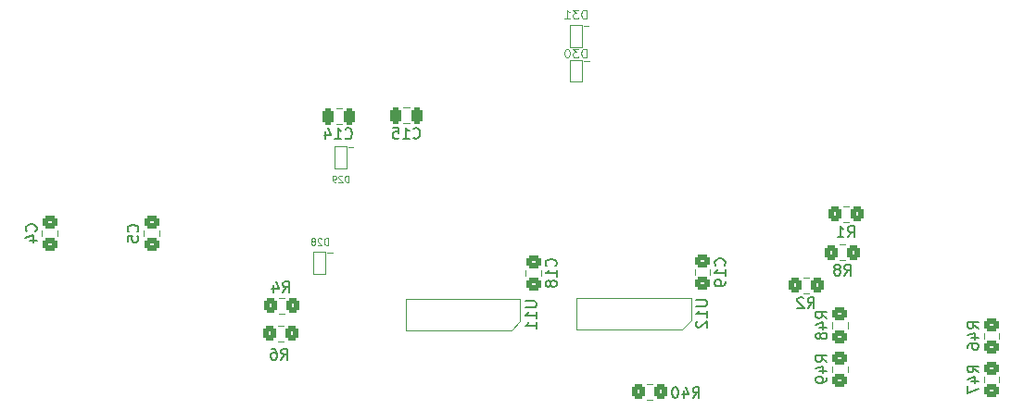
<source format=gbo>
%TF.GenerationSoftware,KiCad,Pcbnew,8.0.2*%
%TF.CreationDate,2024-05-16T19:26:54+09:30*%
%TF.ProjectId,power_and_monotoring,706f7765-725f-4616-9e64-5f6d6f6e6f74,rev?*%
%TF.SameCoordinates,Original*%
%TF.FileFunction,Legend,Bot*%
%TF.FilePolarity,Positive*%
%FSLAX46Y46*%
G04 Gerber Fmt 4.6, Leading zero omitted, Abs format (unit mm)*
G04 Created by KiCad (PCBNEW 8.0.2) date 2024-05-16 19:26:54*
%MOMM*%
%LPD*%
G01*
G04 APERTURE LIST*
G04 Aperture macros list*
%AMRoundRect*
0 Rectangle with rounded corners*
0 $1 Rounding radius*
0 $2 $3 $4 $5 $6 $7 $8 $9 X,Y pos of 4 corners*
0 Add a 4 corners polygon primitive as box body*
4,1,4,$2,$3,$4,$5,$6,$7,$8,$9,$2,$3,0*
0 Add four circle primitives for the rounded corners*
1,1,$1+$1,$2,$3*
1,1,$1+$1,$4,$5*
1,1,$1+$1,$6,$7*
1,1,$1+$1,$8,$9*
0 Add four rect primitives between the rounded corners*
20,1,$1+$1,$2,$3,$4,$5,0*
20,1,$1+$1,$4,$5,$6,$7,0*
20,1,$1+$1,$6,$7,$8,$9,0*
20,1,$1+$1,$8,$9,$2,$3,0*%
G04 Aperture macros list end*
%ADD10C,0.150000*%
%ADD11C,0.100000*%
%ADD12C,0.120000*%
%ADD13C,2.780000*%
%ADD14C,2.410000*%
%ADD15C,0.970000*%
%ADD16C,1.240000*%
%ADD17C,3.200000*%
%ADD18C,2.540000*%
%ADD19R,1.600000X1.600000*%
%ADD20C,1.600000*%
%ADD21C,0.800000*%
%ADD22C,6.400000*%
%ADD23R,2.300000X2.300000*%
%ADD24C,2.300000*%
%ADD25C,1.270000*%
%ADD26RoundRect,0.250001X-0.759999X0.499999X-0.759999X-0.499999X0.759999X-0.499999X0.759999X0.499999X0*%
%ADD27O,2.020000X1.500000*%
%ADD28RoundRect,0.250000X-0.450000X0.325000X-0.450000X-0.325000X0.450000X-0.325000X0.450000X0.325000X0*%
%ADD29RoundRect,0.249550X-0.450450X0.325450X-0.450450X-0.325450X0.450450X-0.325450X0.450450X0.325450X0*%
%ADD30R,0.600000X1.550000*%
%ADD31R,0.600000X0.420000*%
%ADD32RoundRect,0.250000X-0.325000X-0.450000X0.325000X-0.450000X0.325000X0.450000X-0.325000X0.450000X0*%
%ADD33RoundRect,0.249550X0.450450X-0.325450X0.450450X0.325450X-0.450450X0.325450X-0.450450X-0.325450X0*%
%ADD34RoundRect,0.250000X0.450000X-0.325000X0.450000X0.325000X-0.450000X0.325000X-0.450000X-0.325000X0*%
%ADD35RoundRect,0.250000X-0.250000X-0.475000X0.250000X-0.475000X0.250000X0.475000X-0.250000X0.475000X0*%
%ADD36RoundRect,0.250000X0.325000X0.450000X-0.325000X0.450000X-0.325000X-0.450000X0.325000X-0.450000X0*%
G04 APERTURE END LIST*
D10*
X145667619Y-241686342D02*
X145191428Y-241353009D01*
X145667619Y-241114914D02*
X144667619Y-241114914D01*
X144667619Y-241114914D02*
X144667619Y-241495866D01*
X144667619Y-241495866D02*
X144715238Y-241591104D01*
X144715238Y-241591104D02*
X144762857Y-241638723D01*
X144762857Y-241638723D02*
X144858095Y-241686342D01*
X144858095Y-241686342D02*
X145000952Y-241686342D01*
X145000952Y-241686342D02*
X145096190Y-241638723D01*
X145096190Y-241638723D02*
X145143809Y-241591104D01*
X145143809Y-241591104D02*
X145191428Y-241495866D01*
X145191428Y-241495866D02*
X145191428Y-241114914D01*
X145000952Y-242543485D02*
X145667619Y-242543485D01*
X144620000Y-242305390D02*
X145334285Y-242067295D01*
X145334285Y-242067295D02*
X145334285Y-242686342D01*
X145096190Y-243210152D02*
X145048571Y-243114914D01*
X145048571Y-243114914D02*
X145000952Y-243067295D01*
X145000952Y-243067295D02*
X144905714Y-243019676D01*
X144905714Y-243019676D02*
X144858095Y-243019676D01*
X144858095Y-243019676D02*
X144762857Y-243067295D01*
X144762857Y-243067295D02*
X144715238Y-243114914D01*
X144715238Y-243114914D02*
X144667619Y-243210152D01*
X144667619Y-243210152D02*
X144667619Y-243400628D01*
X144667619Y-243400628D02*
X144715238Y-243495866D01*
X144715238Y-243495866D02*
X144762857Y-243543485D01*
X144762857Y-243543485D02*
X144858095Y-243591104D01*
X144858095Y-243591104D02*
X144905714Y-243591104D01*
X144905714Y-243591104D02*
X145000952Y-243543485D01*
X145000952Y-243543485D02*
X145048571Y-243495866D01*
X145048571Y-243495866D02*
X145096190Y-243400628D01*
X145096190Y-243400628D02*
X145096190Y-243210152D01*
X145096190Y-243210152D02*
X145143809Y-243114914D01*
X145143809Y-243114914D02*
X145191428Y-243067295D01*
X145191428Y-243067295D02*
X145286666Y-243019676D01*
X145286666Y-243019676D02*
X145477142Y-243019676D01*
X145477142Y-243019676D02*
X145572380Y-243067295D01*
X145572380Y-243067295D02*
X145620000Y-243114914D01*
X145620000Y-243114914D02*
X145667619Y-243210152D01*
X145667619Y-243210152D02*
X145667619Y-243400628D01*
X145667619Y-243400628D02*
X145620000Y-243495866D01*
X145620000Y-243495866D02*
X145572380Y-243543485D01*
X145572380Y-243543485D02*
X145477142Y-243591104D01*
X145477142Y-243591104D02*
X145286666Y-243591104D01*
X145286666Y-243591104D02*
X145191428Y-243543485D01*
X145191428Y-243543485D02*
X145143809Y-243495866D01*
X145143809Y-243495866D02*
X145096190Y-243400628D01*
X73385580Y-233716533D02*
X73433200Y-233668914D01*
X73433200Y-233668914D02*
X73480819Y-233526057D01*
X73480819Y-233526057D02*
X73480819Y-233430819D01*
X73480819Y-233430819D02*
X73433200Y-233287962D01*
X73433200Y-233287962D02*
X73337961Y-233192724D01*
X73337961Y-233192724D02*
X73242723Y-233145105D01*
X73242723Y-233145105D02*
X73052247Y-233097486D01*
X73052247Y-233097486D02*
X72909390Y-233097486D01*
X72909390Y-233097486D02*
X72718914Y-233145105D01*
X72718914Y-233145105D02*
X72623676Y-233192724D01*
X72623676Y-233192724D02*
X72528438Y-233287962D01*
X72528438Y-233287962D02*
X72480819Y-233430819D01*
X72480819Y-233430819D02*
X72480819Y-233526057D01*
X72480819Y-233526057D02*
X72528438Y-233668914D01*
X72528438Y-233668914D02*
X72576057Y-233716533D01*
X72814152Y-234573676D02*
X73480819Y-234573676D01*
X72433200Y-234335581D02*
X73147485Y-234097486D01*
X73147485Y-234097486D02*
X73147485Y-234716533D01*
X118120219Y-240112705D02*
X118929742Y-240112705D01*
X118929742Y-240112705D02*
X119024980Y-240160324D01*
X119024980Y-240160324D02*
X119072600Y-240207943D01*
X119072600Y-240207943D02*
X119120219Y-240303181D01*
X119120219Y-240303181D02*
X119120219Y-240493657D01*
X119120219Y-240493657D02*
X119072600Y-240588895D01*
X119072600Y-240588895D02*
X119024980Y-240636514D01*
X119024980Y-240636514D02*
X118929742Y-240684133D01*
X118929742Y-240684133D02*
X118120219Y-240684133D01*
X119120219Y-241684133D02*
X119120219Y-241112705D01*
X119120219Y-241398419D02*
X118120219Y-241398419D01*
X118120219Y-241398419D02*
X118263076Y-241303181D01*
X118263076Y-241303181D02*
X118358314Y-241207943D01*
X118358314Y-241207943D02*
X118405933Y-241112705D01*
X119120219Y-242636514D02*
X119120219Y-242065086D01*
X119120219Y-242350800D02*
X118120219Y-242350800D01*
X118120219Y-242350800D02*
X118263076Y-242255562D01*
X118263076Y-242255562D02*
X118358314Y-242160324D01*
X118358314Y-242160324D02*
X118405933Y-242065086D01*
D11*
X123704228Y-217839695D02*
X123704228Y-217039695D01*
X123704228Y-217039695D02*
X123513752Y-217039695D01*
X123513752Y-217039695D02*
X123399466Y-217077790D01*
X123399466Y-217077790D02*
X123323276Y-217153980D01*
X123323276Y-217153980D02*
X123285181Y-217230171D01*
X123285181Y-217230171D02*
X123247085Y-217382552D01*
X123247085Y-217382552D02*
X123247085Y-217496838D01*
X123247085Y-217496838D02*
X123285181Y-217649219D01*
X123285181Y-217649219D02*
X123323276Y-217725409D01*
X123323276Y-217725409D02*
X123399466Y-217801600D01*
X123399466Y-217801600D02*
X123513752Y-217839695D01*
X123513752Y-217839695D02*
X123704228Y-217839695D01*
X122980419Y-217039695D02*
X122485181Y-217039695D01*
X122485181Y-217039695D02*
X122751847Y-217344457D01*
X122751847Y-217344457D02*
X122637562Y-217344457D01*
X122637562Y-217344457D02*
X122561371Y-217382552D01*
X122561371Y-217382552D02*
X122523276Y-217420647D01*
X122523276Y-217420647D02*
X122485181Y-217496838D01*
X122485181Y-217496838D02*
X122485181Y-217687314D01*
X122485181Y-217687314D02*
X122523276Y-217763504D01*
X122523276Y-217763504D02*
X122561371Y-217801600D01*
X122561371Y-217801600D02*
X122637562Y-217839695D01*
X122637562Y-217839695D02*
X122866133Y-217839695D01*
X122866133Y-217839695D02*
X122942324Y-217801600D01*
X122942324Y-217801600D02*
X122980419Y-217763504D01*
X121989942Y-217039695D02*
X121913752Y-217039695D01*
X121913752Y-217039695D02*
X121837561Y-217077790D01*
X121837561Y-217077790D02*
X121799466Y-217115885D01*
X121799466Y-217115885D02*
X121761371Y-217192076D01*
X121761371Y-217192076D02*
X121723276Y-217344457D01*
X121723276Y-217344457D02*
X121723276Y-217534933D01*
X121723276Y-217534933D02*
X121761371Y-217687314D01*
X121761371Y-217687314D02*
X121799466Y-217763504D01*
X121799466Y-217763504D02*
X121837561Y-217801600D01*
X121837561Y-217801600D02*
X121913752Y-217839695D01*
X121913752Y-217839695D02*
X121989942Y-217839695D01*
X121989942Y-217839695D02*
X122066133Y-217801600D01*
X122066133Y-217801600D02*
X122104228Y-217763504D01*
X122104228Y-217763504D02*
X122142323Y-217687314D01*
X122142323Y-217687314D02*
X122180419Y-217534933D01*
X122180419Y-217534933D02*
X122180419Y-217344457D01*
X122180419Y-217344457D02*
X122142323Y-217192076D01*
X122142323Y-217192076D02*
X122104228Y-217115885D01*
X122104228Y-217115885D02*
X122066133Y-217077790D01*
X122066133Y-217077790D02*
X121989942Y-217039695D01*
D10*
X147283466Y-237766019D02*
X147616799Y-237289828D01*
X147854894Y-237766019D02*
X147854894Y-236766019D01*
X147854894Y-236766019D02*
X147473942Y-236766019D01*
X147473942Y-236766019D02*
X147378704Y-236813638D01*
X147378704Y-236813638D02*
X147331085Y-236861257D01*
X147331085Y-236861257D02*
X147283466Y-236956495D01*
X147283466Y-236956495D02*
X147283466Y-237099352D01*
X147283466Y-237099352D02*
X147331085Y-237194590D01*
X147331085Y-237194590D02*
X147378704Y-237242209D01*
X147378704Y-237242209D02*
X147473942Y-237289828D01*
X147473942Y-237289828D02*
X147854894Y-237289828D01*
X146712037Y-237194590D02*
X146807275Y-237146971D01*
X146807275Y-237146971D02*
X146854894Y-237099352D01*
X146854894Y-237099352D02*
X146902513Y-237004114D01*
X146902513Y-237004114D02*
X146902513Y-236956495D01*
X146902513Y-236956495D02*
X146854894Y-236861257D01*
X146854894Y-236861257D02*
X146807275Y-236813638D01*
X146807275Y-236813638D02*
X146712037Y-236766019D01*
X146712037Y-236766019D02*
X146521561Y-236766019D01*
X146521561Y-236766019D02*
X146426323Y-236813638D01*
X146426323Y-236813638D02*
X146378704Y-236861257D01*
X146378704Y-236861257D02*
X146331085Y-236956495D01*
X146331085Y-236956495D02*
X146331085Y-237004114D01*
X146331085Y-237004114D02*
X146378704Y-237099352D01*
X146378704Y-237099352D02*
X146426323Y-237146971D01*
X146426323Y-237146971D02*
X146521561Y-237194590D01*
X146521561Y-237194590D02*
X146712037Y-237194590D01*
X146712037Y-237194590D02*
X146807275Y-237242209D01*
X146807275Y-237242209D02*
X146854894Y-237289828D01*
X146854894Y-237289828D02*
X146902513Y-237385066D01*
X146902513Y-237385066D02*
X146902513Y-237575542D01*
X146902513Y-237575542D02*
X146854894Y-237670780D01*
X146854894Y-237670780D02*
X146807275Y-237718400D01*
X146807275Y-237718400D02*
X146712037Y-237766019D01*
X146712037Y-237766019D02*
X146521561Y-237766019D01*
X146521561Y-237766019D02*
X146426323Y-237718400D01*
X146426323Y-237718400D02*
X146378704Y-237670780D01*
X146378704Y-237670780D02*
X146331085Y-237575542D01*
X146331085Y-237575542D02*
X146331085Y-237385066D01*
X146331085Y-237385066D02*
X146378704Y-237289828D01*
X146378704Y-237289828D02*
X146426323Y-237242209D01*
X146426323Y-237242209D02*
X146521561Y-237194590D01*
X159536019Y-246629342D02*
X159059828Y-246296009D01*
X159536019Y-246057914D02*
X158536019Y-246057914D01*
X158536019Y-246057914D02*
X158536019Y-246438866D01*
X158536019Y-246438866D02*
X158583638Y-246534104D01*
X158583638Y-246534104D02*
X158631257Y-246581723D01*
X158631257Y-246581723D02*
X158726495Y-246629342D01*
X158726495Y-246629342D02*
X158869352Y-246629342D01*
X158869352Y-246629342D02*
X158964590Y-246581723D01*
X158964590Y-246581723D02*
X159012209Y-246534104D01*
X159012209Y-246534104D02*
X159059828Y-246438866D01*
X159059828Y-246438866D02*
X159059828Y-246057914D01*
X158869352Y-247486485D02*
X159536019Y-247486485D01*
X158488400Y-247248390D02*
X159202685Y-247010295D01*
X159202685Y-247010295D02*
X159202685Y-247629342D01*
X158536019Y-247915057D02*
X158536019Y-248581723D01*
X158536019Y-248581723D02*
X159536019Y-248153152D01*
D11*
X100065391Y-234968371D02*
X100065391Y-234368371D01*
X100065391Y-234368371D02*
X99922534Y-234368371D01*
X99922534Y-234368371D02*
X99836820Y-234396942D01*
X99836820Y-234396942D02*
X99779677Y-234454085D01*
X99779677Y-234454085D02*
X99751106Y-234511228D01*
X99751106Y-234511228D02*
X99722534Y-234625514D01*
X99722534Y-234625514D02*
X99722534Y-234711228D01*
X99722534Y-234711228D02*
X99751106Y-234825514D01*
X99751106Y-234825514D02*
X99779677Y-234882657D01*
X99779677Y-234882657D02*
X99836820Y-234939800D01*
X99836820Y-234939800D02*
X99922534Y-234968371D01*
X99922534Y-234968371D02*
X100065391Y-234968371D01*
X99493963Y-234425514D02*
X99465391Y-234396942D01*
X99465391Y-234396942D02*
X99408249Y-234368371D01*
X99408249Y-234368371D02*
X99265391Y-234368371D01*
X99265391Y-234368371D02*
X99208249Y-234396942D01*
X99208249Y-234396942D02*
X99179677Y-234425514D01*
X99179677Y-234425514D02*
X99151106Y-234482657D01*
X99151106Y-234482657D02*
X99151106Y-234539800D01*
X99151106Y-234539800D02*
X99179677Y-234625514D01*
X99179677Y-234625514D02*
X99522534Y-234968371D01*
X99522534Y-234968371D02*
X99151106Y-234968371D01*
X98808248Y-234625514D02*
X98865391Y-234596942D01*
X98865391Y-234596942D02*
X98893962Y-234568371D01*
X98893962Y-234568371D02*
X98922534Y-234511228D01*
X98922534Y-234511228D02*
X98922534Y-234482657D01*
X98922534Y-234482657D02*
X98893962Y-234425514D01*
X98893962Y-234425514D02*
X98865391Y-234396942D01*
X98865391Y-234396942D02*
X98808248Y-234368371D01*
X98808248Y-234368371D02*
X98693962Y-234368371D01*
X98693962Y-234368371D02*
X98636820Y-234396942D01*
X98636820Y-234396942D02*
X98608248Y-234425514D01*
X98608248Y-234425514D02*
X98579677Y-234482657D01*
X98579677Y-234482657D02*
X98579677Y-234511228D01*
X98579677Y-234511228D02*
X98608248Y-234568371D01*
X98608248Y-234568371D02*
X98636820Y-234596942D01*
X98636820Y-234596942D02*
X98693962Y-234625514D01*
X98693962Y-234625514D02*
X98808248Y-234625514D01*
X98808248Y-234625514D02*
X98865391Y-234654085D01*
X98865391Y-234654085D02*
X98893962Y-234682657D01*
X98893962Y-234682657D02*
X98922534Y-234739800D01*
X98922534Y-234739800D02*
X98922534Y-234854085D01*
X98922534Y-234854085D02*
X98893962Y-234911228D01*
X98893962Y-234911228D02*
X98865391Y-234939800D01*
X98865391Y-234939800D02*
X98808248Y-234968371D01*
X98808248Y-234968371D02*
X98693962Y-234968371D01*
X98693962Y-234968371D02*
X98636820Y-234939800D01*
X98636820Y-234939800D02*
X98608248Y-234911228D01*
X98608248Y-234911228D02*
X98579677Y-234854085D01*
X98579677Y-234854085D02*
X98579677Y-234739800D01*
X98579677Y-234739800D02*
X98608248Y-234682657D01*
X98608248Y-234682657D02*
X98636820Y-234654085D01*
X98636820Y-234654085D02*
X98693962Y-234625514D01*
X123711848Y-214270995D02*
X123711848Y-213470995D01*
X123711848Y-213470995D02*
X123521372Y-213470995D01*
X123521372Y-213470995D02*
X123407086Y-213509090D01*
X123407086Y-213509090D02*
X123330896Y-213585280D01*
X123330896Y-213585280D02*
X123292801Y-213661471D01*
X123292801Y-213661471D02*
X123254705Y-213813852D01*
X123254705Y-213813852D02*
X123254705Y-213928138D01*
X123254705Y-213928138D02*
X123292801Y-214080519D01*
X123292801Y-214080519D02*
X123330896Y-214156709D01*
X123330896Y-214156709D02*
X123407086Y-214232900D01*
X123407086Y-214232900D02*
X123521372Y-214270995D01*
X123521372Y-214270995D02*
X123711848Y-214270995D01*
X122988039Y-213470995D02*
X122492801Y-213470995D01*
X122492801Y-213470995D02*
X122759467Y-213775757D01*
X122759467Y-213775757D02*
X122645182Y-213775757D01*
X122645182Y-213775757D02*
X122568991Y-213813852D01*
X122568991Y-213813852D02*
X122530896Y-213851947D01*
X122530896Y-213851947D02*
X122492801Y-213928138D01*
X122492801Y-213928138D02*
X122492801Y-214118614D01*
X122492801Y-214118614D02*
X122530896Y-214194804D01*
X122530896Y-214194804D02*
X122568991Y-214232900D01*
X122568991Y-214232900D02*
X122645182Y-214270995D01*
X122645182Y-214270995D02*
X122873753Y-214270995D01*
X122873753Y-214270995D02*
X122949944Y-214232900D01*
X122949944Y-214232900D02*
X122988039Y-214194804D01*
X121730896Y-214270995D02*
X122188039Y-214270995D01*
X121959467Y-214270995D02*
X121959467Y-213470995D01*
X121959467Y-213470995D02*
X122035658Y-213585280D01*
X122035658Y-213585280D02*
X122111848Y-213661471D01*
X122111848Y-213661471D02*
X122188039Y-213699566D01*
D10*
X133715819Y-240011105D02*
X134525342Y-240011105D01*
X134525342Y-240011105D02*
X134620580Y-240058724D01*
X134620580Y-240058724D02*
X134668200Y-240106343D01*
X134668200Y-240106343D02*
X134715819Y-240201581D01*
X134715819Y-240201581D02*
X134715819Y-240392057D01*
X134715819Y-240392057D02*
X134668200Y-240487295D01*
X134668200Y-240487295D02*
X134620580Y-240534914D01*
X134620580Y-240534914D02*
X134525342Y-240582533D01*
X134525342Y-240582533D02*
X133715819Y-240582533D01*
X134715819Y-241582533D02*
X134715819Y-241011105D01*
X134715819Y-241296819D02*
X133715819Y-241296819D01*
X133715819Y-241296819D02*
X133858676Y-241201581D01*
X133858676Y-241201581D02*
X133953914Y-241106343D01*
X133953914Y-241106343D02*
X134001533Y-241011105D01*
X133811057Y-241963486D02*
X133763438Y-242011105D01*
X133763438Y-242011105D02*
X133715819Y-242106343D01*
X133715819Y-242106343D02*
X133715819Y-242344438D01*
X133715819Y-242344438D02*
X133763438Y-242439676D01*
X133763438Y-242439676D02*
X133811057Y-242487295D01*
X133811057Y-242487295D02*
X133906295Y-242534914D01*
X133906295Y-242534914D02*
X134001533Y-242534914D01*
X134001533Y-242534914D02*
X134144390Y-242487295D01*
X134144390Y-242487295D02*
X134715819Y-241915867D01*
X134715819Y-241915867D02*
X134715819Y-242534914D01*
X136324780Y-236847142D02*
X136372400Y-236799523D01*
X136372400Y-236799523D02*
X136420019Y-236656666D01*
X136420019Y-236656666D02*
X136420019Y-236561428D01*
X136420019Y-236561428D02*
X136372400Y-236418571D01*
X136372400Y-236418571D02*
X136277161Y-236323333D01*
X136277161Y-236323333D02*
X136181923Y-236275714D01*
X136181923Y-236275714D02*
X135991447Y-236228095D01*
X135991447Y-236228095D02*
X135848590Y-236228095D01*
X135848590Y-236228095D02*
X135658114Y-236275714D01*
X135658114Y-236275714D02*
X135562876Y-236323333D01*
X135562876Y-236323333D02*
X135467638Y-236418571D01*
X135467638Y-236418571D02*
X135420019Y-236561428D01*
X135420019Y-236561428D02*
X135420019Y-236656666D01*
X135420019Y-236656666D02*
X135467638Y-236799523D01*
X135467638Y-236799523D02*
X135515257Y-236847142D01*
X136420019Y-237799523D02*
X136420019Y-237228095D01*
X136420019Y-237513809D02*
X135420019Y-237513809D01*
X135420019Y-237513809D02*
X135562876Y-237418571D01*
X135562876Y-237418571D02*
X135658114Y-237323333D01*
X135658114Y-237323333D02*
X135705733Y-237228095D01*
X136420019Y-238275714D02*
X136420019Y-238466190D01*
X136420019Y-238466190D02*
X136372400Y-238561428D01*
X136372400Y-238561428D02*
X136324780Y-238609047D01*
X136324780Y-238609047D02*
X136181923Y-238704285D01*
X136181923Y-238704285D02*
X135991447Y-238751904D01*
X135991447Y-238751904D02*
X135610495Y-238751904D01*
X135610495Y-238751904D02*
X135515257Y-238704285D01*
X135515257Y-238704285D02*
X135467638Y-238656666D01*
X135467638Y-238656666D02*
X135420019Y-238561428D01*
X135420019Y-238561428D02*
X135420019Y-238370952D01*
X135420019Y-238370952D02*
X135467638Y-238275714D01*
X135467638Y-238275714D02*
X135515257Y-238228095D01*
X135515257Y-238228095D02*
X135610495Y-238180476D01*
X135610495Y-238180476D02*
X135848590Y-238180476D01*
X135848590Y-238180476D02*
X135943828Y-238228095D01*
X135943828Y-238228095D02*
X135991447Y-238275714D01*
X135991447Y-238275714D02*
X136039066Y-238370952D01*
X136039066Y-238370952D02*
X136039066Y-238561428D01*
X136039066Y-238561428D02*
X135991447Y-238656666D01*
X135991447Y-238656666D02*
X135943828Y-238704285D01*
X135943828Y-238704285D02*
X135848590Y-238751904D01*
X145667619Y-245686342D02*
X145191428Y-245353009D01*
X145667619Y-245114914D02*
X144667619Y-245114914D01*
X144667619Y-245114914D02*
X144667619Y-245495866D01*
X144667619Y-245495866D02*
X144715238Y-245591104D01*
X144715238Y-245591104D02*
X144762857Y-245638723D01*
X144762857Y-245638723D02*
X144858095Y-245686342D01*
X144858095Y-245686342D02*
X145000952Y-245686342D01*
X145000952Y-245686342D02*
X145096190Y-245638723D01*
X145096190Y-245638723D02*
X145143809Y-245591104D01*
X145143809Y-245591104D02*
X145191428Y-245495866D01*
X145191428Y-245495866D02*
X145191428Y-245114914D01*
X145000952Y-246543485D02*
X145667619Y-246543485D01*
X144620000Y-246305390D02*
X145334285Y-246067295D01*
X145334285Y-246067295D02*
X145334285Y-246686342D01*
X145667619Y-247114914D02*
X145667619Y-247305390D01*
X145667619Y-247305390D02*
X145620000Y-247400628D01*
X145620000Y-247400628D02*
X145572380Y-247448247D01*
X145572380Y-247448247D02*
X145429523Y-247543485D01*
X145429523Y-247543485D02*
X145239047Y-247591104D01*
X145239047Y-247591104D02*
X144858095Y-247591104D01*
X144858095Y-247591104D02*
X144762857Y-247543485D01*
X144762857Y-247543485D02*
X144715238Y-247495866D01*
X144715238Y-247495866D02*
X144667619Y-247400628D01*
X144667619Y-247400628D02*
X144667619Y-247210152D01*
X144667619Y-247210152D02*
X144715238Y-247114914D01*
X144715238Y-247114914D02*
X144762857Y-247067295D01*
X144762857Y-247067295D02*
X144858095Y-247019676D01*
X144858095Y-247019676D02*
X145096190Y-247019676D01*
X145096190Y-247019676D02*
X145191428Y-247067295D01*
X145191428Y-247067295D02*
X145239047Y-247114914D01*
X145239047Y-247114914D02*
X145286666Y-247210152D01*
X145286666Y-247210152D02*
X145286666Y-247400628D01*
X145286666Y-247400628D02*
X145239047Y-247495866D01*
X145239047Y-247495866D02*
X145191428Y-247543485D01*
X145191428Y-247543485D02*
X145096190Y-247591104D01*
X101684057Y-225200380D02*
X101731676Y-225248000D01*
X101731676Y-225248000D02*
X101874533Y-225295619D01*
X101874533Y-225295619D02*
X101969771Y-225295619D01*
X101969771Y-225295619D02*
X102112628Y-225248000D01*
X102112628Y-225248000D02*
X102207866Y-225152761D01*
X102207866Y-225152761D02*
X102255485Y-225057523D01*
X102255485Y-225057523D02*
X102303104Y-224867047D01*
X102303104Y-224867047D02*
X102303104Y-224724190D01*
X102303104Y-224724190D02*
X102255485Y-224533714D01*
X102255485Y-224533714D02*
X102207866Y-224438476D01*
X102207866Y-224438476D02*
X102112628Y-224343238D01*
X102112628Y-224343238D02*
X101969771Y-224295619D01*
X101969771Y-224295619D02*
X101874533Y-224295619D01*
X101874533Y-224295619D02*
X101731676Y-224343238D01*
X101731676Y-224343238D02*
X101684057Y-224390857D01*
X100731676Y-225295619D02*
X101303104Y-225295619D01*
X101017390Y-225295619D02*
X101017390Y-224295619D01*
X101017390Y-224295619D02*
X101112628Y-224438476D01*
X101112628Y-224438476D02*
X101207866Y-224533714D01*
X101207866Y-224533714D02*
X101303104Y-224581333D01*
X99874533Y-224628952D02*
X99874533Y-225295619D01*
X100112628Y-224248000D02*
X100350723Y-224962285D01*
X100350723Y-224962285D02*
X99731676Y-224962285D01*
X107896857Y-225153180D02*
X107944476Y-225200800D01*
X107944476Y-225200800D02*
X108087333Y-225248419D01*
X108087333Y-225248419D02*
X108182571Y-225248419D01*
X108182571Y-225248419D02*
X108325428Y-225200800D01*
X108325428Y-225200800D02*
X108420666Y-225105561D01*
X108420666Y-225105561D02*
X108468285Y-225010323D01*
X108468285Y-225010323D02*
X108515904Y-224819847D01*
X108515904Y-224819847D02*
X108515904Y-224676990D01*
X108515904Y-224676990D02*
X108468285Y-224486514D01*
X108468285Y-224486514D02*
X108420666Y-224391276D01*
X108420666Y-224391276D02*
X108325428Y-224296038D01*
X108325428Y-224296038D02*
X108182571Y-224248419D01*
X108182571Y-224248419D02*
X108087333Y-224248419D01*
X108087333Y-224248419D02*
X107944476Y-224296038D01*
X107944476Y-224296038D02*
X107896857Y-224343657D01*
X106944476Y-225248419D02*
X107515904Y-225248419D01*
X107230190Y-225248419D02*
X107230190Y-224248419D01*
X107230190Y-224248419D02*
X107325428Y-224391276D01*
X107325428Y-224391276D02*
X107420666Y-224486514D01*
X107420666Y-224486514D02*
X107515904Y-224534133D01*
X106039714Y-224248419D02*
X106515904Y-224248419D01*
X106515904Y-224248419D02*
X106563523Y-224724609D01*
X106563523Y-224724609D02*
X106515904Y-224676990D01*
X106515904Y-224676990D02*
X106420666Y-224629371D01*
X106420666Y-224629371D02*
X106182571Y-224629371D01*
X106182571Y-224629371D02*
X106087333Y-224676990D01*
X106087333Y-224676990D02*
X106039714Y-224724609D01*
X106039714Y-224724609D02*
X105992095Y-224819847D01*
X105992095Y-224819847D02*
X105992095Y-225057942D01*
X105992095Y-225057942D02*
X106039714Y-225153180D01*
X106039714Y-225153180D02*
X106087333Y-225200800D01*
X106087333Y-225200800D02*
X106182571Y-225248419D01*
X106182571Y-225248419D02*
X106420666Y-225248419D01*
X106420666Y-225248419D02*
X106515904Y-225200800D01*
X106515904Y-225200800D02*
X106563523Y-225153180D01*
X147579266Y-234260819D02*
X147912599Y-233784628D01*
X148150694Y-234260819D02*
X148150694Y-233260819D01*
X148150694Y-233260819D02*
X147769742Y-233260819D01*
X147769742Y-233260819D02*
X147674504Y-233308438D01*
X147674504Y-233308438D02*
X147626885Y-233356057D01*
X147626885Y-233356057D02*
X147579266Y-233451295D01*
X147579266Y-233451295D02*
X147579266Y-233594152D01*
X147579266Y-233594152D02*
X147626885Y-233689390D01*
X147626885Y-233689390D02*
X147674504Y-233737009D01*
X147674504Y-233737009D02*
X147769742Y-233784628D01*
X147769742Y-233784628D02*
X148150694Y-233784628D01*
X146626885Y-234260819D02*
X147198313Y-234260819D01*
X146912599Y-234260819D02*
X146912599Y-233260819D01*
X146912599Y-233260819D02*
X147007837Y-233403676D01*
X147007837Y-233403676D02*
X147103075Y-233498914D01*
X147103075Y-233498914D02*
X147198313Y-233546533D01*
X82681980Y-233767333D02*
X82729600Y-233719714D01*
X82729600Y-233719714D02*
X82777219Y-233576857D01*
X82777219Y-233576857D02*
X82777219Y-233481619D01*
X82777219Y-233481619D02*
X82729600Y-233338762D01*
X82729600Y-233338762D02*
X82634361Y-233243524D01*
X82634361Y-233243524D02*
X82539123Y-233195905D01*
X82539123Y-233195905D02*
X82348647Y-233148286D01*
X82348647Y-233148286D02*
X82205790Y-233148286D01*
X82205790Y-233148286D02*
X82015314Y-233195905D01*
X82015314Y-233195905D02*
X81920076Y-233243524D01*
X81920076Y-233243524D02*
X81824838Y-233338762D01*
X81824838Y-233338762D02*
X81777219Y-233481619D01*
X81777219Y-233481619D02*
X81777219Y-233576857D01*
X81777219Y-233576857D02*
X81824838Y-233719714D01*
X81824838Y-233719714D02*
X81872457Y-233767333D01*
X81777219Y-234672095D02*
X81777219Y-234195905D01*
X81777219Y-234195905D02*
X82253409Y-234148286D01*
X82253409Y-234148286D02*
X82205790Y-234195905D01*
X82205790Y-234195905D02*
X82158171Y-234291143D01*
X82158171Y-234291143D02*
X82158171Y-234529238D01*
X82158171Y-234529238D02*
X82205790Y-234624476D01*
X82205790Y-234624476D02*
X82253409Y-234672095D01*
X82253409Y-234672095D02*
X82348647Y-234719714D01*
X82348647Y-234719714D02*
X82586742Y-234719714D01*
X82586742Y-234719714D02*
X82681980Y-234672095D01*
X82681980Y-234672095D02*
X82729600Y-234624476D01*
X82729600Y-234624476D02*
X82777219Y-234529238D01*
X82777219Y-234529238D02*
X82777219Y-234291143D01*
X82777219Y-234291143D02*
X82729600Y-234195905D01*
X82729600Y-234195905D02*
X82681980Y-234148286D01*
X133434057Y-248968419D02*
X133767390Y-248492228D01*
X134005485Y-248968419D02*
X134005485Y-247968419D01*
X134005485Y-247968419D02*
X133624533Y-247968419D01*
X133624533Y-247968419D02*
X133529295Y-248016038D01*
X133529295Y-248016038D02*
X133481676Y-248063657D01*
X133481676Y-248063657D02*
X133434057Y-248158895D01*
X133434057Y-248158895D02*
X133434057Y-248301752D01*
X133434057Y-248301752D02*
X133481676Y-248396990D01*
X133481676Y-248396990D02*
X133529295Y-248444609D01*
X133529295Y-248444609D02*
X133624533Y-248492228D01*
X133624533Y-248492228D02*
X134005485Y-248492228D01*
X132576914Y-248301752D02*
X132576914Y-248968419D01*
X132815009Y-247920800D02*
X133053104Y-248635085D01*
X133053104Y-248635085D02*
X132434057Y-248635085D01*
X131862628Y-247968419D02*
X131767390Y-247968419D01*
X131767390Y-247968419D02*
X131672152Y-248016038D01*
X131672152Y-248016038D02*
X131624533Y-248063657D01*
X131624533Y-248063657D02*
X131576914Y-248158895D01*
X131576914Y-248158895D02*
X131529295Y-248349371D01*
X131529295Y-248349371D02*
X131529295Y-248587466D01*
X131529295Y-248587466D02*
X131576914Y-248777942D01*
X131576914Y-248777942D02*
X131624533Y-248873180D01*
X131624533Y-248873180D02*
X131672152Y-248920800D01*
X131672152Y-248920800D02*
X131767390Y-248968419D01*
X131767390Y-248968419D02*
X131862628Y-248968419D01*
X131862628Y-248968419D02*
X131957866Y-248920800D01*
X131957866Y-248920800D02*
X132005485Y-248873180D01*
X132005485Y-248873180D02*
X132053104Y-248777942D01*
X132053104Y-248777942D02*
X132100723Y-248587466D01*
X132100723Y-248587466D02*
X132100723Y-248349371D01*
X132100723Y-248349371D02*
X132053104Y-248158895D01*
X132053104Y-248158895D02*
X132005485Y-248063657D01*
X132005485Y-248063657D02*
X131957866Y-248016038D01*
X131957866Y-248016038D02*
X131862628Y-247968419D01*
X95975466Y-239316419D02*
X96308799Y-238840228D01*
X96546894Y-239316419D02*
X96546894Y-238316419D01*
X96546894Y-238316419D02*
X96165942Y-238316419D01*
X96165942Y-238316419D02*
X96070704Y-238364038D01*
X96070704Y-238364038D02*
X96023085Y-238411657D01*
X96023085Y-238411657D02*
X95975466Y-238506895D01*
X95975466Y-238506895D02*
X95975466Y-238649752D01*
X95975466Y-238649752D02*
X96023085Y-238744990D01*
X96023085Y-238744990D02*
X96070704Y-238792609D01*
X96070704Y-238792609D02*
X96165942Y-238840228D01*
X96165942Y-238840228D02*
X96546894Y-238840228D01*
X95118323Y-238649752D02*
X95118323Y-239316419D01*
X95356418Y-238268800D02*
X95594513Y-238983085D01*
X95594513Y-238983085D02*
X94975466Y-238983085D01*
X143930666Y-240763219D02*
X144263999Y-240287028D01*
X144502094Y-240763219D02*
X144502094Y-239763219D01*
X144502094Y-239763219D02*
X144121142Y-239763219D01*
X144121142Y-239763219D02*
X144025904Y-239810838D01*
X144025904Y-239810838D02*
X143978285Y-239858457D01*
X143978285Y-239858457D02*
X143930666Y-239953695D01*
X143930666Y-239953695D02*
X143930666Y-240096552D01*
X143930666Y-240096552D02*
X143978285Y-240191790D01*
X143978285Y-240191790D02*
X144025904Y-240239409D01*
X144025904Y-240239409D02*
X144121142Y-240287028D01*
X144121142Y-240287028D02*
X144502094Y-240287028D01*
X143549713Y-239858457D02*
X143502094Y-239810838D01*
X143502094Y-239810838D02*
X143406856Y-239763219D01*
X143406856Y-239763219D02*
X143168761Y-239763219D01*
X143168761Y-239763219D02*
X143073523Y-239810838D01*
X143073523Y-239810838D02*
X143025904Y-239858457D01*
X143025904Y-239858457D02*
X142978285Y-239953695D01*
X142978285Y-239953695D02*
X142978285Y-240048933D01*
X142978285Y-240048933D02*
X143025904Y-240191790D01*
X143025904Y-240191790D02*
X143597332Y-240763219D01*
X143597332Y-240763219D02*
X142978285Y-240763219D01*
D11*
X101972971Y-229227971D02*
X101972971Y-228627971D01*
X101972971Y-228627971D02*
X101830114Y-228627971D01*
X101830114Y-228627971D02*
X101744400Y-228656542D01*
X101744400Y-228656542D02*
X101687257Y-228713685D01*
X101687257Y-228713685D02*
X101658686Y-228770828D01*
X101658686Y-228770828D02*
X101630114Y-228885114D01*
X101630114Y-228885114D02*
X101630114Y-228970828D01*
X101630114Y-228970828D02*
X101658686Y-229085114D01*
X101658686Y-229085114D02*
X101687257Y-229142257D01*
X101687257Y-229142257D02*
X101744400Y-229199400D01*
X101744400Y-229199400D02*
X101830114Y-229227971D01*
X101830114Y-229227971D02*
X101972971Y-229227971D01*
X101401543Y-228685114D02*
X101372971Y-228656542D01*
X101372971Y-228656542D02*
X101315829Y-228627971D01*
X101315829Y-228627971D02*
X101172971Y-228627971D01*
X101172971Y-228627971D02*
X101115829Y-228656542D01*
X101115829Y-228656542D02*
X101087257Y-228685114D01*
X101087257Y-228685114D02*
X101058686Y-228742257D01*
X101058686Y-228742257D02*
X101058686Y-228799400D01*
X101058686Y-228799400D02*
X101087257Y-228885114D01*
X101087257Y-228885114D02*
X101430114Y-229227971D01*
X101430114Y-229227971D02*
X101058686Y-229227971D01*
X100772971Y-229227971D02*
X100658685Y-229227971D01*
X100658685Y-229227971D02*
X100601542Y-229199400D01*
X100601542Y-229199400D02*
X100572971Y-229170828D01*
X100572971Y-229170828D02*
X100515828Y-229085114D01*
X100515828Y-229085114D02*
X100487257Y-228970828D01*
X100487257Y-228970828D02*
X100487257Y-228742257D01*
X100487257Y-228742257D02*
X100515828Y-228685114D01*
X100515828Y-228685114D02*
X100544400Y-228656542D01*
X100544400Y-228656542D02*
X100601542Y-228627971D01*
X100601542Y-228627971D02*
X100715828Y-228627971D01*
X100715828Y-228627971D02*
X100772971Y-228656542D01*
X100772971Y-228656542D02*
X100801542Y-228685114D01*
X100801542Y-228685114D02*
X100830114Y-228742257D01*
X100830114Y-228742257D02*
X100830114Y-228885114D01*
X100830114Y-228885114D02*
X100801542Y-228942257D01*
X100801542Y-228942257D02*
X100772971Y-228970828D01*
X100772971Y-228970828D02*
X100715828Y-228999400D01*
X100715828Y-228999400D02*
X100601542Y-228999400D01*
X100601542Y-228999400D02*
X100544400Y-228970828D01*
X100544400Y-228970828D02*
X100515828Y-228942257D01*
X100515828Y-228942257D02*
X100487257Y-228885114D01*
D10*
X159536019Y-242629342D02*
X159059828Y-242296009D01*
X159536019Y-242057914D02*
X158536019Y-242057914D01*
X158536019Y-242057914D02*
X158536019Y-242438866D01*
X158536019Y-242438866D02*
X158583638Y-242534104D01*
X158583638Y-242534104D02*
X158631257Y-242581723D01*
X158631257Y-242581723D02*
X158726495Y-242629342D01*
X158726495Y-242629342D02*
X158869352Y-242629342D01*
X158869352Y-242629342D02*
X158964590Y-242581723D01*
X158964590Y-242581723D02*
X159012209Y-242534104D01*
X159012209Y-242534104D02*
X159059828Y-242438866D01*
X159059828Y-242438866D02*
X159059828Y-242057914D01*
X158869352Y-243486485D02*
X159536019Y-243486485D01*
X158488400Y-243248390D02*
X159202685Y-243010295D01*
X159202685Y-243010295D02*
X159202685Y-243629342D01*
X158536019Y-244438866D02*
X158536019Y-244248390D01*
X158536019Y-244248390D02*
X158583638Y-244153152D01*
X158583638Y-244153152D02*
X158631257Y-244105533D01*
X158631257Y-244105533D02*
X158774114Y-244010295D01*
X158774114Y-244010295D02*
X158964590Y-243962676D01*
X158964590Y-243962676D02*
X159345542Y-243962676D01*
X159345542Y-243962676D02*
X159440780Y-244010295D01*
X159440780Y-244010295D02*
X159488400Y-244057914D01*
X159488400Y-244057914D02*
X159536019Y-244153152D01*
X159536019Y-244153152D02*
X159536019Y-244343628D01*
X159536019Y-244343628D02*
X159488400Y-244438866D01*
X159488400Y-244438866D02*
X159440780Y-244486485D01*
X159440780Y-244486485D02*
X159345542Y-244534104D01*
X159345542Y-244534104D02*
X159107447Y-244534104D01*
X159107447Y-244534104D02*
X159012209Y-244486485D01*
X159012209Y-244486485D02*
X158964590Y-244438866D01*
X158964590Y-244438866D02*
X158916971Y-244343628D01*
X158916971Y-244343628D02*
X158916971Y-244153152D01*
X158916971Y-244153152D02*
X158964590Y-244057914D01*
X158964590Y-244057914D02*
X159012209Y-244010295D01*
X159012209Y-244010295D02*
X159107447Y-243962676D01*
X95823066Y-245463219D02*
X96156399Y-244987028D01*
X96394494Y-245463219D02*
X96394494Y-244463219D01*
X96394494Y-244463219D02*
X96013542Y-244463219D01*
X96013542Y-244463219D02*
X95918304Y-244510838D01*
X95918304Y-244510838D02*
X95870685Y-244558457D01*
X95870685Y-244558457D02*
X95823066Y-244653695D01*
X95823066Y-244653695D02*
X95823066Y-244796552D01*
X95823066Y-244796552D02*
X95870685Y-244891790D01*
X95870685Y-244891790D02*
X95918304Y-244939409D01*
X95918304Y-244939409D02*
X96013542Y-244987028D01*
X96013542Y-244987028D02*
X96394494Y-244987028D01*
X94965923Y-244463219D02*
X95156399Y-244463219D01*
X95156399Y-244463219D02*
X95251637Y-244510838D01*
X95251637Y-244510838D02*
X95299256Y-244558457D01*
X95299256Y-244558457D02*
X95394494Y-244701314D01*
X95394494Y-244701314D02*
X95442113Y-244891790D01*
X95442113Y-244891790D02*
X95442113Y-245272742D01*
X95442113Y-245272742D02*
X95394494Y-245367980D01*
X95394494Y-245367980D02*
X95346875Y-245415600D01*
X95346875Y-245415600D02*
X95251637Y-245463219D01*
X95251637Y-245463219D02*
X95061161Y-245463219D01*
X95061161Y-245463219D02*
X94965923Y-245415600D01*
X94965923Y-245415600D02*
X94918304Y-245367980D01*
X94918304Y-245367980D02*
X94870685Y-245272742D01*
X94870685Y-245272742D02*
X94870685Y-245034647D01*
X94870685Y-245034647D02*
X94918304Y-244939409D01*
X94918304Y-244939409D02*
X94965923Y-244891790D01*
X94965923Y-244891790D02*
X95061161Y-244844171D01*
X95061161Y-244844171D02*
X95251637Y-244844171D01*
X95251637Y-244844171D02*
X95346875Y-244891790D01*
X95346875Y-244891790D02*
X95394494Y-244939409D01*
X95394494Y-244939409D02*
X95442113Y-245034647D01*
X120881580Y-236906942D02*
X120929200Y-236859323D01*
X120929200Y-236859323D02*
X120976819Y-236716466D01*
X120976819Y-236716466D02*
X120976819Y-236621228D01*
X120976819Y-236621228D02*
X120929200Y-236478371D01*
X120929200Y-236478371D02*
X120833961Y-236383133D01*
X120833961Y-236383133D02*
X120738723Y-236335514D01*
X120738723Y-236335514D02*
X120548247Y-236287895D01*
X120548247Y-236287895D02*
X120405390Y-236287895D01*
X120405390Y-236287895D02*
X120214914Y-236335514D01*
X120214914Y-236335514D02*
X120119676Y-236383133D01*
X120119676Y-236383133D02*
X120024438Y-236478371D01*
X120024438Y-236478371D02*
X119976819Y-236621228D01*
X119976819Y-236621228D02*
X119976819Y-236716466D01*
X119976819Y-236716466D02*
X120024438Y-236859323D01*
X120024438Y-236859323D02*
X120072057Y-236906942D01*
X120976819Y-237859323D02*
X120976819Y-237287895D01*
X120976819Y-237573609D02*
X119976819Y-237573609D01*
X119976819Y-237573609D02*
X120119676Y-237478371D01*
X120119676Y-237478371D02*
X120214914Y-237383133D01*
X120214914Y-237383133D02*
X120262533Y-237287895D01*
X120405390Y-238430752D02*
X120357771Y-238335514D01*
X120357771Y-238335514D02*
X120310152Y-238287895D01*
X120310152Y-238287895D02*
X120214914Y-238240276D01*
X120214914Y-238240276D02*
X120167295Y-238240276D01*
X120167295Y-238240276D02*
X120072057Y-238287895D01*
X120072057Y-238287895D02*
X120024438Y-238335514D01*
X120024438Y-238335514D02*
X119976819Y-238430752D01*
X119976819Y-238430752D02*
X119976819Y-238621228D01*
X119976819Y-238621228D02*
X120024438Y-238716466D01*
X120024438Y-238716466D02*
X120072057Y-238764085D01*
X120072057Y-238764085D02*
X120167295Y-238811704D01*
X120167295Y-238811704D02*
X120214914Y-238811704D01*
X120214914Y-238811704D02*
X120310152Y-238764085D01*
X120310152Y-238764085D02*
X120357771Y-238716466D01*
X120357771Y-238716466D02*
X120405390Y-238621228D01*
X120405390Y-238621228D02*
X120405390Y-238430752D01*
X120405390Y-238430752D02*
X120453009Y-238335514D01*
X120453009Y-238335514D02*
X120500628Y-238287895D01*
X120500628Y-238287895D02*
X120595866Y-238240276D01*
X120595866Y-238240276D02*
X120786342Y-238240276D01*
X120786342Y-238240276D02*
X120881580Y-238287895D01*
X120881580Y-238287895D02*
X120929200Y-238335514D01*
X120929200Y-238335514D02*
X120976819Y-238430752D01*
X120976819Y-238430752D02*
X120976819Y-238621228D01*
X120976819Y-238621228D02*
X120929200Y-238716466D01*
X120929200Y-238716466D02*
X120881580Y-238764085D01*
X120881580Y-238764085D02*
X120786342Y-238811704D01*
X120786342Y-238811704D02*
X120595866Y-238811704D01*
X120595866Y-238811704D02*
X120500628Y-238764085D01*
X120500628Y-238764085D02*
X120453009Y-238716466D01*
X120453009Y-238716466D02*
X120405390Y-238621228D01*
D12*
%TO.C,R48*%
X146152800Y-242067948D02*
X146152800Y-242590452D01*
X147572800Y-242067948D02*
X147572800Y-242590452D01*
%TO.C,C4*%
X73966000Y-233621948D02*
X73966000Y-234144452D01*
X75386000Y-233621948D02*
X75386000Y-234144452D01*
%TO.C,U11*%
X107175400Y-239925800D02*
X107175400Y-242775800D01*
X107175400Y-242775800D02*
X116865400Y-242775800D01*
X116865400Y-242775800D02*
X117665400Y-241975800D01*
X117665400Y-239925800D02*
X107175400Y-239925800D01*
X117665400Y-241975800D02*
X117665400Y-239925800D01*
%TO.C,D30*%
X122233600Y-218049600D02*
X123333600Y-218049600D01*
X122233600Y-220049600D02*
X122233600Y-218049600D01*
X123333600Y-218049600D02*
X123333600Y-220049600D01*
X123333600Y-220049600D02*
X122233600Y-220049600D01*
X123483600Y-218119600D02*
X123983600Y-218119600D01*
%TO.C,R8*%
X147378052Y-234951200D02*
X146855548Y-234951200D01*
X147378052Y-236371200D02*
X146855548Y-236371200D01*
%TO.C,R47*%
X160021200Y-247010948D02*
X160021200Y-247533452D01*
X161441200Y-247010948D02*
X161441200Y-247533452D01*
%TO.C,D28*%
X98779200Y-235616000D02*
X99879200Y-235616000D01*
X98779200Y-237616000D02*
X98779200Y-235616000D01*
X99879200Y-235616000D02*
X99879200Y-237616000D01*
X99879200Y-237616000D02*
X98779200Y-237616000D01*
X100029200Y-235686000D02*
X100529200Y-235686000D01*
%TO.C,D31*%
X122182800Y-214849200D02*
X123282800Y-214849200D01*
X122182800Y-216849200D02*
X122182800Y-214849200D01*
X123282800Y-214849200D02*
X123282800Y-216849200D01*
X123282800Y-216849200D02*
X122182800Y-216849200D01*
X123432800Y-214919200D02*
X123932800Y-214919200D01*
%TO.C,U12*%
X122771000Y-239824200D02*
X122771000Y-242674200D01*
X122771000Y-242674200D02*
X132461000Y-242674200D01*
X132461000Y-242674200D02*
X133261000Y-241874200D01*
X133261000Y-239824200D02*
X122771000Y-239824200D01*
X133261000Y-241874200D02*
X133261000Y-239824200D01*
%TO.C,C19*%
X133605200Y-237751252D02*
X133605200Y-237228748D01*
X135025200Y-237751252D02*
X135025200Y-237228748D01*
%TO.C,R49*%
X146152800Y-246067948D02*
X146152800Y-246590452D01*
X147572800Y-246067948D02*
X147572800Y-246590452D01*
%TO.C,C14*%
X100830748Y-222480200D02*
X101353252Y-222480200D01*
X100830748Y-223950200D02*
X101353252Y-223950200D01*
%TO.C,C15*%
X106992748Y-222378600D02*
X107515252Y-222378600D01*
X106992748Y-223848600D02*
X107515252Y-223848600D01*
%TO.C,R1*%
X147673852Y-231446000D02*
X147151348Y-231446000D01*
X147673852Y-232866000D02*
X147151348Y-232866000D01*
%TO.C,C5*%
X83262400Y-233672748D02*
X83262400Y-234195252D01*
X84682400Y-233672748D02*
X84682400Y-234195252D01*
%TO.C,R40*%
X129227948Y-247702000D02*
X129750452Y-247702000D01*
X129227948Y-249122000D02*
X129750452Y-249122000D01*
%TO.C,R4*%
X95598348Y-239828000D02*
X96120852Y-239828000D01*
X95598348Y-241248000D02*
X96120852Y-241248000D01*
%TO.C,R2*%
X144025252Y-237948400D02*
X143502748Y-237948400D01*
X144025252Y-239368400D02*
X143502748Y-239368400D01*
%TO.C,D29*%
X100679200Y-225964000D02*
X101779200Y-225964000D01*
X100679200Y-227964000D02*
X100679200Y-225964000D01*
X101779200Y-225964000D02*
X101779200Y-227964000D01*
X101779200Y-227964000D02*
X100679200Y-227964000D01*
X101929200Y-226034000D02*
X102429200Y-226034000D01*
%TO.C,R46*%
X160021200Y-243010948D02*
X160021200Y-243533452D01*
X161441200Y-243010948D02*
X161441200Y-243533452D01*
%TO.C,R6*%
X96070052Y-242368000D02*
X95547548Y-242368000D01*
X96070052Y-243788000D02*
X95547548Y-243788000D01*
%TO.C,C18*%
X118162000Y-237811052D02*
X118162000Y-237288548D01*
X119582000Y-237811052D02*
X119582000Y-237288548D01*
%TD*%
%LPC*%
D13*
%TO.C,F13*%
X102530800Y-193291200D03*
X105930800Y-193291200D03*
X102530800Y-183371200D03*
X105930800Y-183371200D03*
%TD*%
D14*
%TO.C,J7*%
X118312400Y-150368000D03*
X143612400Y-150368000D03*
%TD*%
D15*
%TO.C,J5*%
X124415208Y-168887981D03*
X124415208Y-171427981D03*
X126955208Y-168887981D03*
X126955208Y-171427981D03*
X129495208Y-168887981D03*
X129495208Y-171427981D03*
X132035208Y-168887981D03*
X132035208Y-171427981D03*
X134575208Y-168887981D03*
X134575208Y-171427981D03*
X137115208Y-168887981D03*
X137115208Y-171427981D03*
X139655208Y-168887981D03*
X139655208Y-171427981D03*
X142195208Y-168887981D03*
X142195208Y-171427981D03*
%TD*%
%TO.C,J4*%
X101415208Y-168887981D03*
X101415208Y-171427981D03*
X103955208Y-168887981D03*
X103955208Y-171427981D03*
X106495208Y-168887981D03*
X106495208Y-171427981D03*
X109035208Y-168887981D03*
X109035208Y-171427981D03*
X111575208Y-168887981D03*
X111575208Y-171427981D03*
X114115208Y-168887981D03*
X114115208Y-171427981D03*
X116655208Y-168887981D03*
X116655208Y-171427981D03*
X119195208Y-168887981D03*
X119195208Y-171427981D03*
%TD*%
D13*
%TO.C,F16*%
X52530800Y-193291200D03*
X55930800Y-193291200D03*
X52530800Y-183371200D03*
X55930800Y-183371200D03*
%TD*%
%TO.C,F15*%
X101887600Y-212986000D03*
X105287600Y-212986000D03*
X101887600Y-203066000D03*
X105287600Y-203066000D03*
%TD*%
D16*
%TO.C,RL5*%
X83667600Y-148357690D03*
X83667600Y-145817690D03*
X83667600Y-143277690D03*
%TD*%
D13*
%TO.C,F10*%
X81887600Y-212986000D03*
X85287600Y-212986000D03*
X81887600Y-203066000D03*
X85287600Y-203066000D03*
%TD*%
D15*
%TO.C,J3*%
X78415208Y-168887981D03*
X78415208Y-171427981D03*
X80955208Y-168887981D03*
X80955208Y-171427981D03*
X83495208Y-168887981D03*
X83495208Y-171427981D03*
X86035208Y-168887981D03*
X86035208Y-171427981D03*
X88575208Y-168887981D03*
X88575208Y-171427981D03*
X91115208Y-168887981D03*
X91115208Y-171427981D03*
X93655208Y-168887981D03*
X93655208Y-171427981D03*
X96195208Y-168887981D03*
X96195208Y-171427981D03*
%TD*%
D17*
%TO.C,A1*%
X95758000Y-251053600D03*
D18*
X141478000Y-251053600D03*
D17*
X95758000Y-233273600D03*
D18*
X141478000Y-233273600D03*
D19*
X99568000Y-252323600D03*
D20*
X102108000Y-252323600D03*
X104648000Y-252323600D03*
X107188000Y-252323600D03*
X109728000Y-252323600D03*
X112268000Y-252323600D03*
X114808000Y-252323600D03*
X117348000Y-252323600D03*
X119888000Y-252323600D03*
X122428000Y-252323600D03*
X124968000Y-252323600D03*
X127508000Y-252323600D03*
X130048000Y-252323600D03*
X132588000Y-252323600D03*
X135128000Y-252323600D03*
X137668000Y-252323600D03*
X137668000Y-232003600D03*
X135128000Y-232003600D03*
X132588000Y-232003600D03*
X130048000Y-232003600D03*
X127508000Y-232003600D03*
X124968000Y-232003600D03*
X122428000Y-232003600D03*
X119888000Y-232003600D03*
X117348000Y-232003600D03*
X114808000Y-232003600D03*
X112268000Y-232003600D03*
X109728000Y-232003600D03*
%TD*%
D21*
%TO.C,H4*%
X51905208Y-248157981D03*
X52608152Y-246460925D03*
X52608152Y-249855037D03*
X54305208Y-245757981D03*
D22*
X54305208Y-248157981D03*
D21*
X54305208Y-250557981D03*
X56002264Y-246460925D03*
X56002264Y-249855037D03*
X56705208Y-248157981D03*
%TD*%
D13*
%TO.C,F11*%
X91887600Y-212986000D03*
X95287600Y-212986000D03*
X91887600Y-203066000D03*
X95287600Y-203066000D03*
%TD*%
D23*
%TO.C,K2*%
X52222400Y-221592000D03*
D24*
X62382400Y-221592000D03*
X70002400Y-221592000D03*
X52222400Y-213972000D03*
%TD*%
D16*
%TO.C,RL4*%
X78181200Y-148539200D03*
X78181200Y-145999200D03*
X78181200Y-143459200D03*
%TD*%
D15*
%TO.C,J2*%
X55415208Y-168887981D03*
X55415208Y-171427981D03*
X57955208Y-168887981D03*
X57955208Y-171427981D03*
X60495208Y-168887981D03*
X60495208Y-171427981D03*
X63035208Y-168887981D03*
X63035208Y-171427981D03*
X65575208Y-168887981D03*
X65575208Y-171427981D03*
X68115208Y-168887981D03*
X68115208Y-171427981D03*
X70655208Y-168887981D03*
X70655208Y-171427981D03*
X73195208Y-168887981D03*
X73195208Y-171427981D03*
%TD*%
D21*
%TO.C,H3*%
X51905208Y-145157981D03*
X52608152Y-143460925D03*
X52608152Y-146855037D03*
X54305208Y-142757981D03*
D22*
X54305208Y-145157981D03*
D21*
X54305208Y-147557981D03*
X56002264Y-143460925D03*
X56002264Y-146855037D03*
X56705208Y-145157981D03*
%TD*%
D13*
%TO.C,F3*%
X92530800Y-193291200D03*
X95930800Y-193291200D03*
X92530800Y-183371200D03*
X95930800Y-183371200D03*
%TD*%
%TO.C,F4*%
X112530800Y-193291200D03*
X115930800Y-193291200D03*
X112530800Y-183371200D03*
X115930800Y-183371200D03*
%TD*%
D16*
%TO.C,RL8*%
X95046800Y-148488400D03*
X95046800Y-145948400D03*
X95046800Y-143408400D03*
%TD*%
D21*
%TO.C,H1*%
X151905208Y-145157981D03*
X152608152Y-143460925D03*
X152608152Y-146855037D03*
X154305208Y-142757981D03*
D22*
X154305208Y-145157981D03*
D21*
X154305208Y-147557981D03*
X156002264Y-143460925D03*
X156002264Y-146855037D03*
X156705208Y-145157981D03*
%TD*%
D14*
%TO.C,J6*%
X151434800Y-160612450D03*
X151434800Y-176912450D03*
%TD*%
D13*
%TO.C,F1*%
X72530800Y-193291200D03*
X75930800Y-193291200D03*
X72530800Y-183371200D03*
X75930800Y-183371200D03*
%TD*%
D16*
%TO.C,RL6*%
X89560400Y-148437600D03*
X89560400Y-145897600D03*
X89560400Y-143357600D03*
%TD*%
%TO.C,RL2*%
X67259200Y-148437600D03*
X67259200Y-145897600D03*
X67259200Y-143357600D03*
%TD*%
D21*
%TO.C,H2*%
X151905208Y-248157981D03*
X152608152Y-246460925D03*
X152608152Y-249855037D03*
X154305208Y-245757981D03*
D22*
X154305208Y-248157981D03*
D21*
X154305208Y-250557981D03*
X156002264Y-246460925D03*
X156002264Y-249855037D03*
X156705208Y-248157981D03*
%TD*%
D25*
%TO.C,J1*%
X115752000Y-201822800D03*
X115752000Y-210822800D03*
D26*
X113792000Y-204822800D03*
D27*
X113792000Y-207822800D03*
%TD*%
D16*
%TO.C,RL3*%
X72898000Y-148539200D03*
X72898000Y-145999200D03*
X72898000Y-143459200D03*
%TD*%
D13*
%TO.C,F9*%
X132530800Y-193291200D03*
X135930800Y-193291200D03*
X132530800Y-183371200D03*
X135930800Y-183371200D03*
%TD*%
D16*
%TO.C,RL7*%
X100482400Y-148539200D03*
X100482400Y-145999200D03*
X100482400Y-143459200D03*
%TD*%
D13*
%TO.C,F2*%
X82530800Y-193291200D03*
X85930800Y-193291200D03*
X82530800Y-183371200D03*
X85930800Y-183371200D03*
%TD*%
D23*
%TO.C,K3*%
X52222400Y-234142000D03*
D24*
X62382400Y-234142000D03*
X70002400Y-234142000D03*
X52222400Y-226522000D03*
%TD*%
D13*
%TO.C,F8*%
X122530800Y-193291200D03*
X125930800Y-193291200D03*
X122530800Y-183371200D03*
X125930800Y-183371200D03*
%TD*%
%TO.C,F14*%
X142530800Y-193291200D03*
X145930800Y-193291200D03*
X142530800Y-183371200D03*
X145930800Y-183371200D03*
%TD*%
D23*
%TO.C,K1*%
X52222400Y-209042000D03*
D24*
X62382400Y-209042000D03*
X70002400Y-209042000D03*
X52222400Y-201422000D03*
%TD*%
D13*
%TO.C,F5*%
X62530800Y-193291200D03*
X65930800Y-193291200D03*
X62530800Y-183371200D03*
X65930800Y-183371200D03*
%TD*%
D16*
%TO.C,RL1*%
X61722000Y-148488400D03*
X61722000Y-145948400D03*
X61722000Y-143408400D03*
%TD*%
D28*
%TO.C,R48*%
X146862800Y-241304200D03*
X146862800Y-243354200D03*
%TD*%
D29*
%TO.C,C4*%
X74676000Y-232858200D03*
D28*
X74676000Y-234908200D03*
%TD*%
D30*
%TO.C,U11*%
X116865400Y-244050800D03*
X115595400Y-244050800D03*
X114325400Y-244050800D03*
X113055400Y-244050800D03*
X111785400Y-244050800D03*
X110515400Y-244050800D03*
X109245400Y-244050800D03*
X107975400Y-244050800D03*
X107975400Y-238650800D03*
X109245400Y-238650800D03*
X110515400Y-238650800D03*
X111785400Y-238650800D03*
X113055400Y-238650800D03*
X114325400Y-238650800D03*
X115595400Y-238650800D03*
X116865400Y-238650800D03*
%TD*%
D31*
%TO.C,D30*%
X123733600Y-218399600D03*
X123733600Y-219049600D03*
X123733600Y-219699600D03*
X121833600Y-219699600D03*
X121833600Y-219049600D03*
X121833600Y-218399600D03*
%TD*%
D32*
%TO.C,R8*%
X146091800Y-235661200D03*
X148141800Y-235661200D03*
%TD*%
D28*
%TO.C,R47*%
X160731200Y-246247200D03*
X160731200Y-248297200D03*
%TD*%
D31*
%TO.C,D28*%
X100279200Y-235966000D03*
X100279200Y-236616000D03*
X100279200Y-237266000D03*
X98379200Y-237266000D03*
X98379200Y-236616000D03*
X98379200Y-235966000D03*
%TD*%
%TO.C,D31*%
X123682800Y-215199200D03*
X123682800Y-215849200D03*
X123682800Y-216499200D03*
X121782800Y-216499200D03*
X121782800Y-215849200D03*
X121782800Y-215199200D03*
%TD*%
D30*
%TO.C,U12*%
X132461000Y-243949200D03*
X131191000Y-243949200D03*
X129921000Y-243949200D03*
X128651000Y-243949200D03*
X127381000Y-243949200D03*
X126111000Y-243949200D03*
X124841000Y-243949200D03*
X123571000Y-243949200D03*
X123571000Y-238549200D03*
X124841000Y-238549200D03*
X126111000Y-238549200D03*
X127381000Y-238549200D03*
X128651000Y-238549200D03*
X129921000Y-238549200D03*
X131191000Y-238549200D03*
X132461000Y-238549200D03*
%TD*%
D33*
%TO.C,C19*%
X134315200Y-238515000D03*
D34*
X134315200Y-236465000D03*
%TD*%
D28*
%TO.C,R49*%
X146862800Y-245304200D03*
X146862800Y-247354200D03*
%TD*%
D35*
%TO.C,C14*%
X100142000Y-223215200D03*
X102042000Y-223215200D03*
%TD*%
%TO.C,C15*%
X106304000Y-223113600D03*
X108204000Y-223113600D03*
%TD*%
D32*
%TO.C,R1*%
X146387600Y-232156000D03*
X148437600Y-232156000D03*
%TD*%
D29*
%TO.C,C5*%
X83972400Y-232909000D03*
D28*
X83972400Y-234959000D03*
%TD*%
D32*
%TO.C,R40*%
X128464200Y-248412000D03*
X130514200Y-248412000D03*
%TD*%
%TO.C,R4*%
X94834600Y-240538000D03*
X96884600Y-240538000D03*
%TD*%
%TO.C,R2*%
X142739000Y-238658400D03*
X144789000Y-238658400D03*
%TD*%
D31*
%TO.C,D29*%
X102179200Y-226314000D03*
X102179200Y-226964000D03*
X102179200Y-227614000D03*
X100279200Y-227614000D03*
X100279200Y-226964000D03*
X100279200Y-226314000D03*
%TD*%
D28*
%TO.C,R46*%
X160731200Y-242247200D03*
X160731200Y-244297200D03*
%TD*%
D36*
%TO.C,R6*%
X96833800Y-243078000D03*
X94783800Y-243078000D03*
%TD*%
D33*
%TO.C,C18*%
X118872000Y-238574800D03*
D34*
X118872000Y-236524800D03*
%TD*%
%LPD*%
M02*

</source>
